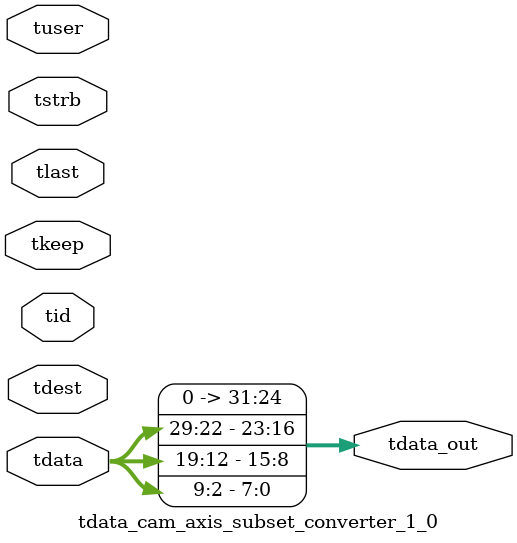
<source format=v>


`timescale 1ps/1ps

module tdata_cam_axis_subset_converter_1_0 #
(
parameter C_S_AXIS_TDATA_WIDTH = 32,
parameter C_S_AXIS_TUSER_WIDTH = 0,
parameter C_S_AXIS_TID_WIDTH   = 0,
parameter C_S_AXIS_TDEST_WIDTH = 0,
parameter C_M_AXIS_TDATA_WIDTH = 32
)
(
input  [(C_S_AXIS_TDATA_WIDTH == 0 ? 1 : C_S_AXIS_TDATA_WIDTH)-1:0     ] tdata,
input  [(C_S_AXIS_TUSER_WIDTH == 0 ? 1 : C_S_AXIS_TUSER_WIDTH)-1:0     ] tuser,
input  [(C_S_AXIS_TID_WIDTH   == 0 ? 1 : C_S_AXIS_TID_WIDTH)-1:0       ] tid,
input  [(C_S_AXIS_TDEST_WIDTH == 0 ? 1 : C_S_AXIS_TDEST_WIDTH)-1:0     ] tdest,
input  [(C_S_AXIS_TDATA_WIDTH/8)-1:0 ] tkeep,
input  [(C_S_AXIS_TDATA_WIDTH/8)-1:0 ] tstrb,
input                                                                    tlast,
output [C_M_AXIS_TDATA_WIDTH-1:0] tdata_out
);

assign tdata_out = {8'b00000000,tdata[29:22],tdata[19:12],tdata[9:2]};

endmodule


</source>
